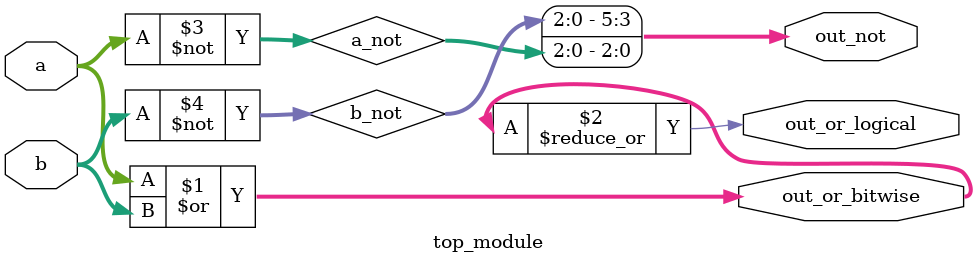
<source format=sv>
module top_module(
    input [2:0] a,
    input [2:0] b,
    output [2:0] out_or_bitwise,
    output out_or_logical,
    output [5:0] out_not
);

    wire [2:0] a_not, b_not;
  
    // bitwise OR output
    assign out_or_bitwise = a | b;
  
    // logical OR output
    assign out_or_logical = |out_or_bitwise;
  
    // inverse of a and b
    assign a_not = ~a;
    assign b_not = ~b;
  
    // assign inverse of b to upper half of out_not and inverse of a to lower half
    assign out_not = {b_not, a_not};

endmodule

</source>
